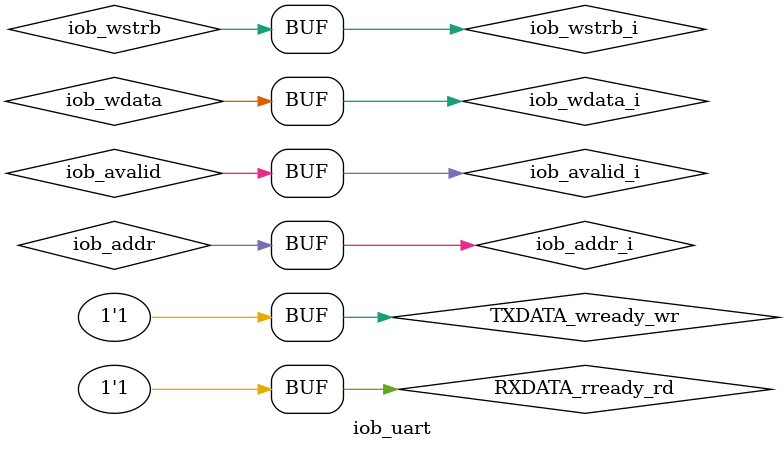
<source format=v>
`timescale 1ns / 1ps
`include "iob_uart_conf.vh"
`include "iob_uart_swreg_def.vh"

module iob_uart #(
   `include "iob_uart_params.vs"
) (
   `include "iob_uart_io.vs"
);

   `include "iob_wire.vs"

   assign iob_avalid = iob_avalid_i;
   assign iob_addr = iob_addr_i;
   assign iob_wdata = iob_wdata_i;
   assign iob_wstrb = iob_wstrb_i;
   assign iob_rvalid_o = iob_rvalid;
   assign iob_rdata_o = iob_rdata;
   assign iob_ready_o = iob_ready;

   //Dummy iob_ready_nxt_o and iob_rvalid_nxt_o to be used in swreg (unused ports)
   wire iob_ready_nxt;
   wire iob_rvalid_nxt;

   //BLOCK Register File & Configuration control and status register file.
   `include "iob_uart_swreg_inst.vs"

   // TXDATA Manual logic
   assign TXDATA_wready_wr  = 1'b1;
   
   // RXDATA Manual logic
   assign RXDATA_rready_rd  = 1'b1;

   uart_core uart_core0 (
      .clk_i          (clk_i),
      .rst_i          (arst_i),
      .rst_soft_i     (SOFTRESET_wr),
      .tx_en_i        (TXEN_wr),
      .rx_en_i        (RXEN_wr),
      .tx_ready_o     (TXREADY_rd),
      .rx_ready_o     (RXREADY_rd),
      .tx_data_i      (TXDATA_wdata_wr),
      .rx_data_o      (RXDATA_rdata_rd),
      .data_write_en_i(TXDATA_wen_wr),
      .data_read_en_i (RXDATA_ren_rd),
      .bit_duration_i (DIV_wr),
      .rxd_i          (rxd_i),
      .txd_o          (txd_o),
      .cts_i          (cts_i),
      .rts_o          (rts_o)
   );

endmodule



</source>
